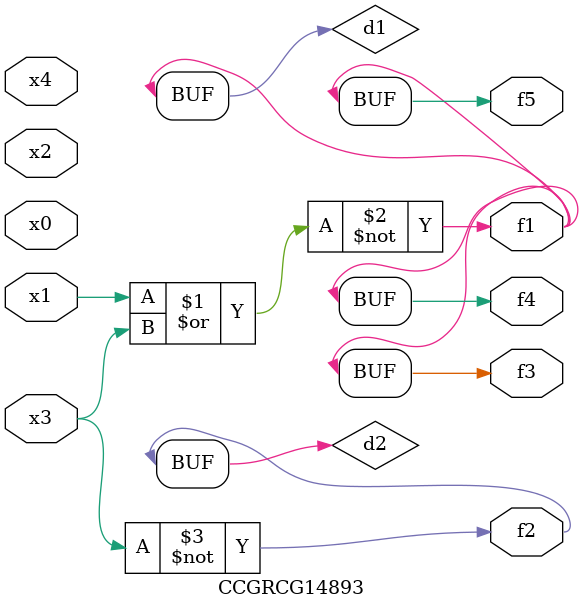
<source format=v>
module CCGRCG14893(
	input x0, x1, x2, x3, x4,
	output f1, f2, f3, f4, f5
);

	wire d1, d2;

	nor (d1, x1, x3);
	not (d2, x3);
	assign f1 = d1;
	assign f2 = d2;
	assign f3 = d1;
	assign f4 = d1;
	assign f5 = d1;
endmodule

</source>
